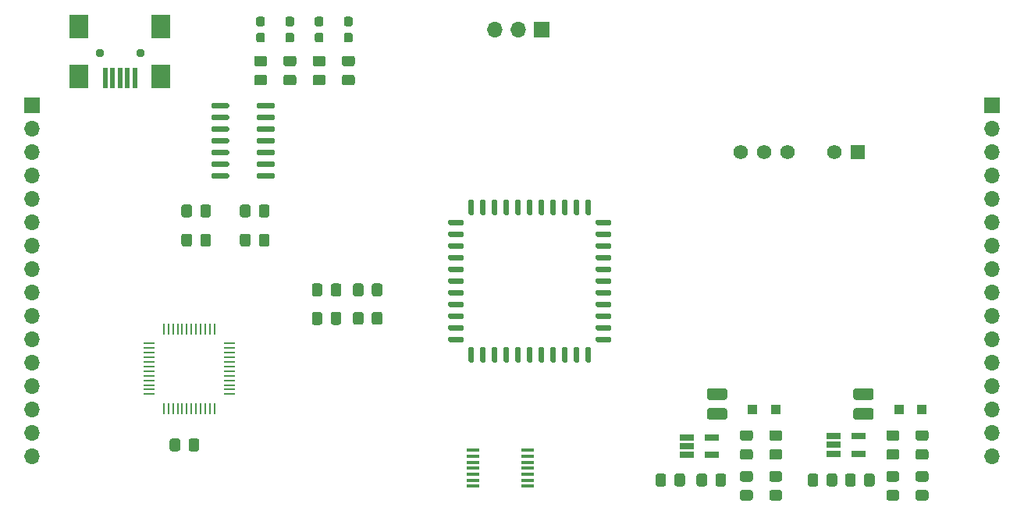
<source format=gbr>
%TF.GenerationSoftware,KiCad,Pcbnew,(5.1.7-0-10_14)*%
%TF.CreationDate,2021-01-27T15:42:46+08:00*%
%TF.ProjectId,BreadControl,42726561-6443-46f6-9e74-726f6c2e6b69,rev?*%
%TF.SameCoordinates,Original*%
%TF.FileFunction,Soldermask,Top*%
%TF.FilePolarity,Negative*%
%FSLAX46Y46*%
G04 Gerber Fmt 4.6, Leading zero omitted, Abs format (unit mm)*
G04 Created by KiCad (PCBNEW (5.1.7-0-10_14)) date 2021-01-27 15:42:46*
%MOMM*%
%LPD*%
G01*
G04 APERTURE LIST*
%ADD10C,0.950000*%
%ADD11R,2.000000X2.500000*%
%ADD12R,0.500000X2.250000*%
%ADD13R,1.450000X0.450000*%
%ADD14R,0.250000X1.300000*%
%ADD15R,1.300000X0.250000*%
%ADD16C,1.575000*%
%ADD17R,1.575000X1.575000*%
%ADD18R,1.560000X0.650000*%
%ADD19O,1.700000X1.700000*%
%ADD20R,1.700000X1.700000*%
%ADD21R,1.000000X1.000000*%
G04 APERTURE END LIST*
D10*
%TO.C,J4*%
X49825000Y-33020000D03*
X45425000Y-33020000D03*
D11*
X43175000Y-35570000D03*
X52075000Y-35570000D03*
X52075000Y-30120000D03*
X43175000Y-30120000D03*
D12*
X46025000Y-35695000D03*
X46825000Y-35695000D03*
X47625000Y-35695000D03*
X48425000Y-35695000D03*
X49225000Y-35695000D03*
%TD*%
D13*
%TO.C,U4*%
X91850000Y-76155000D03*
X91850000Y-76805000D03*
X91850000Y-77455000D03*
X91850000Y-78105000D03*
X91850000Y-78755000D03*
X91850000Y-79405000D03*
X91850000Y-80055000D03*
X85950000Y-80055000D03*
X85950000Y-79405000D03*
X85950000Y-78755000D03*
X85950000Y-78105000D03*
X85950000Y-77455000D03*
X85950000Y-76805000D03*
X85950000Y-76155000D03*
%TD*%
D14*
%TO.C,U3*%
X52368000Y-62960000D03*
X52868000Y-62960000D03*
X53368000Y-62960000D03*
X53868000Y-62960000D03*
X54368000Y-62960000D03*
X54868000Y-62960000D03*
X55368000Y-62960000D03*
X55868000Y-62960000D03*
X56368000Y-62960000D03*
X56868000Y-62960000D03*
X57368000Y-62960000D03*
X57868000Y-62960000D03*
D15*
X59468000Y-64560000D03*
X59468000Y-65060000D03*
X59468000Y-65560000D03*
X59468000Y-66060000D03*
X59468000Y-66560000D03*
X59468000Y-67060000D03*
X59468000Y-67560000D03*
X59468000Y-68060000D03*
X59468000Y-68560000D03*
X59468000Y-69060000D03*
X59468000Y-69560000D03*
X59468000Y-70060000D03*
D14*
X57868000Y-71660000D03*
X57368000Y-71660000D03*
X56868000Y-71660000D03*
X56368000Y-71660000D03*
X55868000Y-71660000D03*
X55368000Y-71660000D03*
X54868000Y-71660000D03*
X54368000Y-71660000D03*
X53868000Y-71660000D03*
X53368000Y-71660000D03*
X52868000Y-71660000D03*
X52368000Y-71660000D03*
D15*
X50768000Y-70060000D03*
X50768000Y-69560000D03*
X50768000Y-69060000D03*
X50768000Y-68560000D03*
X50768000Y-68060000D03*
X50768000Y-67560000D03*
X50768000Y-67060000D03*
X50768000Y-66560000D03*
X50768000Y-66060000D03*
X50768000Y-65560000D03*
X50768000Y-65060000D03*
X50768000Y-64560000D03*
%TD*%
%TO.C,U2*%
G36*
G01*
X91105000Y-65085000D02*
X91105000Y-66485000D01*
G75*
G02*
X90955000Y-66635000I-150000J0D01*
G01*
X90655000Y-66635000D01*
G75*
G02*
X90505000Y-66485000I0J150000D01*
G01*
X90505000Y-65085000D01*
G75*
G02*
X90655000Y-64935000I150000J0D01*
G01*
X90955000Y-64935000D01*
G75*
G02*
X91105000Y-65085000I0J-150000D01*
G01*
G37*
G36*
G01*
X89835000Y-65085000D02*
X89835000Y-66485000D01*
G75*
G02*
X89685000Y-66635000I-150000J0D01*
G01*
X89385000Y-66635000D01*
G75*
G02*
X89235000Y-66485000I0J150000D01*
G01*
X89235000Y-65085000D01*
G75*
G02*
X89385000Y-64935000I150000J0D01*
G01*
X89685000Y-64935000D01*
G75*
G02*
X89835000Y-65085000I0J-150000D01*
G01*
G37*
G36*
G01*
X88565000Y-65085000D02*
X88565000Y-66485000D01*
G75*
G02*
X88415000Y-66635000I-150000J0D01*
G01*
X88115000Y-66635000D01*
G75*
G02*
X87965000Y-66485000I0J150000D01*
G01*
X87965000Y-65085000D01*
G75*
G02*
X88115000Y-64935000I150000J0D01*
G01*
X88415000Y-64935000D01*
G75*
G02*
X88565000Y-65085000I0J-150000D01*
G01*
G37*
G36*
G01*
X87295000Y-65085000D02*
X87295000Y-66485000D01*
G75*
G02*
X87145000Y-66635000I-150000J0D01*
G01*
X86845000Y-66635000D01*
G75*
G02*
X86695000Y-66485000I0J150000D01*
G01*
X86695000Y-65085000D01*
G75*
G02*
X86845000Y-64935000I150000J0D01*
G01*
X87145000Y-64935000D01*
G75*
G02*
X87295000Y-65085000I0J-150000D01*
G01*
G37*
G36*
G01*
X86025000Y-65085000D02*
X86025000Y-66485000D01*
G75*
G02*
X85875000Y-66635000I-150000J0D01*
G01*
X85575000Y-66635000D01*
G75*
G02*
X85425000Y-66485000I0J150000D01*
G01*
X85425000Y-65085000D01*
G75*
G02*
X85575000Y-64935000I150000J0D01*
G01*
X85875000Y-64935000D01*
G75*
G02*
X86025000Y-65085000I0J-150000D01*
G01*
G37*
G36*
G01*
X84925000Y-63985000D02*
X84925000Y-64285000D01*
G75*
G02*
X84775000Y-64435000I-150000J0D01*
G01*
X83375000Y-64435000D01*
G75*
G02*
X83225000Y-64285000I0J150000D01*
G01*
X83225000Y-63985000D01*
G75*
G02*
X83375000Y-63835000I150000J0D01*
G01*
X84775000Y-63835000D01*
G75*
G02*
X84925000Y-63985000I0J-150000D01*
G01*
G37*
G36*
G01*
X84925000Y-62715000D02*
X84925000Y-63015000D01*
G75*
G02*
X84775000Y-63165000I-150000J0D01*
G01*
X83375000Y-63165000D01*
G75*
G02*
X83225000Y-63015000I0J150000D01*
G01*
X83225000Y-62715000D01*
G75*
G02*
X83375000Y-62565000I150000J0D01*
G01*
X84775000Y-62565000D01*
G75*
G02*
X84925000Y-62715000I0J-150000D01*
G01*
G37*
G36*
G01*
X84925000Y-61445000D02*
X84925000Y-61745000D01*
G75*
G02*
X84775000Y-61895000I-150000J0D01*
G01*
X83375000Y-61895000D01*
G75*
G02*
X83225000Y-61745000I0J150000D01*
G01*
X83225000Y-61445000D01*
G75*
G02*
X83375000Y-61295000I150000J0D01*
G01*
X84775000Y-61295000D01*
G75*
G02*
X84925000Y-61445000I0J-150000D01*
G01*
G37*
G36*
G01*
X84925000Y-60175000D02*
X84925000Y-60475000D01*
G75*
G02*
X84775000Y-60625000I-150000J0D01*
G01*
X83375000Y-60625000D01*
G75*
G02*
X83225000Y-60475000I0J150000D01*
G01*
X83225000Y-60175000D01*
G75*
G02*
X83375000Y-60025000I150000J0D01*
G01*
X84775000Y-60025000D01*
G75*
G02*
X84925000Y-60175000I0J-150000D01*
G01*
G37*
G36*
G01*
X84925000Y-58905000D02*
X84925000Y-59205000D01*
G75*
G02*
X84775000Y-59355000I-150000J0D01*
G01*
X83375000Y-59355000D01*
G75*
G02*
X83225000Y-59205000I0J150000D01*
G01*
X83225000Y-58905000D01*
G75*
G02*
X83375000Y-58755000I150000J0D01*
G01*
X84775000Y-58755000D01*
G75*
G02*
X84925000Y-58905000I0J-150000D01*
G01*
G37*
G36*
G01*
X84925000Y-57635000D02*
X84925000Y-57935000D01*
G75*
G02*
X84775000Y-58085000I-150000J0D01*
G01*
X83375000Y-58085000D01*
G75*
G02*
X83225000Y-57935000I0J150000D01*
G01*
X83225000Y-57635000D01*
G75*
G02*
X83375000Y-57485000I150000J0D01*
G01*
X84775000Y-57485000D01*
G75*
G02*
X84925000Y-57635000I0J-150000D01*
G01*
G37*
G36*
G01*
X84925000Y-56365000D02*
X84925000Y-56665000D01*
G75*
G02*
X84775000Y-56815000I-150000J0D01*
G01*
X83375000Y-56815000D01*
G75*
G02*
X83225000Y-56665000I0J150000D01*
G01*
X83225000Y-56365000D01*
G75*
G02*
X83375000Y-56215000I150000J0D01*
G01*
X84775000Y-56215000D01*
G75*
G02*
X84925000Y-56365000I0J-150000D01*
G01*
G37*
G36*
G01*
X84925000Y-55095000D02*
X84925000Y-55395000D01*
G75*
G02*
X84775000Y-55545000I-150000J0D01*
G01*
X83375000Y-55545000D01*
G75*
G02*
X83225000Y-55395000I0J150000D01*
G01*
X83225000Y-55095000D01*
G75*
G02*
X83375000Y-54945000I150000J0D01*
G01*
X84775000Y-54945000D01*
G75*
G02*
X84925000Y-55095000I0J-150000D01*
G01*
G37*
G36*
G01*
X84925000Y-53825000D02*
X84925000Y-54125000D01*
G75*
G02*
X84775000Y-54275000I-150000J0D01*
G01*
X83375000Y-54275000D01*
G75*
G02*
X83225000Y-54125000I0J150000D01*
G01*
X83225000Y-53825000D01*
G75*
G02*
X83375000Y-53675000I150000J0D01*
G01*
X84775000Y-53675000D01*
G75*
G02*
X84925000Y-53825000I0J-150000D01*
G01*
G37*
G36*
G01*
X84925000Y-52555000D02*
X84925000Y-52855000D01*
G75*
G02*
X84775000Y-53005000I-150000J0D01*
G01*
X83375000Y-53005000D01*
G75*
G02*
X83225000Y-52855000I0J150000D01*
G01*
X83225000Y-52555000D01*
G75*
G02*
X83375000Y-52405000I150000J0D01*
G01*
X84775000Y-52405000D01*
G75*
G02*
X84925000Y-52555000I0J-150000D01*
G01*
G37*
G36*
G01*
X84925000Y-51285000D02*
X84925000Y-51585000D01*
G75*
G02*
X84775000Y-51735000I-150000J0D01*
G01*
X83375000Y-51735000D01*
G75*
G02*
X83225000Y-51585000I0J150000D01*
G01*
X83225000Y-51285000D01*
G75*
G02*
X83375000Y-51135000I150000J0D01*
G01*
X84775000Y-51135000D01*
G75*
G02*
X84925000Y-51285000I0J-150000D01*
G01*
G37*
G36*
G01*
X86025000Y-49085000D02*
X86025000Y-50485000D01*
G75*
G02*
X85875000Y-50635000I-150000J0D01*
G01*
X85575000Y-50635000D01*
G75*
G02*
X85425000Y-50485000I0J150000D01*
G01*
X85425000Y-49085000D01*
G75*
G02*
X85575000Y-48935000I150000J0D01*
G01*
X85875000Y-48935000D01*
G75*
G02*
X86025000Y-49085000I0J-150000D01*
G01*
G37*
G36*
G01*
X87295000Y-49085000D02*
X87295000Y-50485000D01*
G75*
G02*
X87145000Y-50635000I-150000J0D01*
G01*
X86845000Y-50635000D01*
G75*
G02*
X86695000Y-50485000I0J150000D01*
G01*
X86695000Y-49085000D01*
G75*
G02*
X86845000Y-48935000I150000J0D01*
G01*
X87145000Y-48935000D01*
G75*
G02*
X87295000Y-49085000I0J-150000D01*
G01*
G37*
G36*
G01*
X88565000Y-49085000D02*
X88565000Y-50485000D01*
G75*
G02*
X88415000Y-50635000I-150000J0D01*
G01*
X88115000Y-50635000D01*
G75*
G02*
X87965000Y-50485000I0J150000D01*
G01*
X87965000Y-49085000D01*
G75*
G02*
X88115000Y-48935000I150000J0D01*
G01*
X88415000Y-48935000D01*
G75*
G02*
X88565000Y-49085000I0J-150000D01*
G01*
G37*
G36*
G01*
X89835000Y-49085000D02*
X89835000Y-50485000D01*
G75*
G02*
X89685000Y-50635000I-150000J0D01*
G01*
X89385000Y-50635000D01*
G75*
G02*
X89235000Y-50485000I0J150000D01*
G01*
X89235000Y-49085000D01*
G75*
G02*
X89385000Y-48935000I150000J0D01*
G01*
X89685000Y-48935000D01*
G75*
G02*
X89835000Y-49085000I0J-150000D01*
G01*
G37*
G36*
G01*
X91105000Y-49085000D02*
X91105000Y-50485000D01*
G75*
G02*
X90955000Y-50635000I-150000J0D01*
G01*
X90655000Y-50635000D01*
G75*
G02*
X90505000Y-50485000I0J150000D01*
G01*
X90505000Y-49085000D01*
G75*
G02*
X90655000Y-48935000I150000J0D01*
G01*
X90955000Y-48935000D01*
G75*
G02*
X91105000Y-49085000I0J-150000D01*
G01*
G37*
G36*
G01*
X92375000Y-49085000D02*
X92375000Y-50485000D01*
G75*
G02*
X92225000Y-50635000I-150000J0D01*
G01*
X91925000Y-50635000D01*
G75*
G02*
X91775000Y-50485000I0J150000D01*
G01*
X91775000Y-49085000D01*
G75*
G02*
X91925000Y-48935000I150000J0D01*
G01*
X92225000Y-48935000D01*
G75*
G02*
X92375000Y-49085000I0J-150000D01*
G01*
G37*
G36*
G01*
X93645000Y-49085000D02*
X93645000Y-50485000D01*
G75*
G02*
X93495000Y-50635000I-150000J0D01*
G01*
X93195000Y-50635000D01*
G75*
G02*
X93045000Y-50485000I0J150000D01*
G01*
X93045000Y-49085000D01*
G75*
G02*
X93195000Y-48935000I150000J0D01*
G01*
X93495000Y-48935000D01*
G75*
G02*
X93645000Y-49085000I0J-150000D01*
G01*
G37*
G36*
G01*
X94915000Y-49085000D02*
X94915000Y-50485000D01*
G75*
G02*
X94765000Y-50635000I-150000J0D01*
G01*
X94465000Y-50635000D01*
G75*
G02*
X94315000Y-50485000I0J150000D01*
G01*
X94315000Y-49085000D01*
G75*
G02*
X94465000Y-48935000I150000J0D01*
G01*
X94765000Y-48935000D01*
G75*
G02*
X94915000Y-49085000I0J-150000D01*
G01*
G37*
G36*
G01*
X96185000Y-49085000D02*
X96185000Y-50485000D01*
G75*
G02*
X96035000Y-50635000I-150000J0D01*
G01*
X95735000Y-50635000D01*
G75*
G02*
X95585000Y-50485000I0J150000D01*
G01*
X95585000Y-49085000D01*
G75*
G02*
X95735000Y-48935000I150000J0D01*
G01*
X96035000Y-48935000D01*
G75*
G02*
X96185000Y-49085000I0J-150000D01*
G01*
G37*
G36*
G01*
X97455000Y-49085000D02*
X97455000Y-50485000D01*
G75*
G02*
X97305000Y-50635000I-150000J0D01*
G01*
X97005000Y-50635000D01*
G75*
G02*
X96855000Y-50485000I0J150000D01*
G01*
X96855000Y-49085000D01*
G75*
G02*
X97005000Y-48935000I150000J0D01*
G01*
X97305000Y-48935000D01*
G75*
G02*
X97455000Y-49085000I0J-150000D01*
G01*
G37*
G36*
G01*
X98725000Y-49085000D02*
X98725000Y-50485000D01*
G75*
G02*
X98575000Y-50635000I-150000J0D01*
G01*
X98275000Y-50635000D01*
G75*
G02*
X98125000Y-50485000I0J150000D01*
G01*
X98125000Y-49085000D01*
G75*
G02*
X98275000Y-48935000I150000J0D01*
G01*
X98575000Y-48935000D01*
G75*
G02*
X98725000Y-49085000I0J-150000D01*
G01*
G37*
G36*
G01*
X100925000Y-51285000D02*
X100925000Y-51585000D01*
G75*
G02*
X100775000Y-51735000I-150000J0D01*
G01*
X99375000Y-51735000D01*
G75*
G02*
X99225000Y-51585000I0J150000D01*
G01*
X99225000Y-51285000D01*
G75*
G02*
X99375000Y-51135000I150000J0D01*
G01*
X100775000Y-51135000D01*
G75*
G02*
X100925000Y-51285000I0J-150000D01*
G01*
G37*
G36*
G01*
X100925000Y-52555000D02*
X100925000Y-52855000D01*
G75*
G02*
X100775000Y-53005000I-150000J0D01*
G01*
X99375000Y-53005000D01*
G75*
G02*
X99225000Y-52855000I0J150000D01*
G01*
X99225000Y-52555000D01*
G75*
G02*
X99375000Y-52405000I150000J0D01*
G01*
X100775000Y-52405000D01*
G75*
G02*
X100925000Y-52555000I0J-150000D01*
G01*
G37*
G36*
G01*
X100925000Y-53825000D02*
X100925000Y-54125000D01*
G75*
G02*
X100775000Y-54275000I-150000J0D01*
G01*
X99375000Y-54275000D01*
G75*
G02*
X99225000Y-54125000I0J150000D01*
G01*
X99225000Y-53825000D01*
G75*
G02*
X99375000Y-53675000I150000J0D01*
G01*
X100775000Y-53675000D01*
G75*
G02*
X100925000Y-53825000I0J-150000D01*
G01*
G37*
G36*
G01*
X100925000Y-55095000D02*
X100925000Y-55395000D01*
G75*
G02*
X100775000Y-55545000I-150000J0D01*
G01*
X99375000Y-55545000D01*
G75*
G02*
X99225000Y-55395000I0J150000D01*
G01*
X99225000Y-55095000D01*
G75*
G02*
X99375000Y-54945000I150000J0D01*
G01*
X100775000Y-54945000D01*
G75*
G02*
X100925000Y-55095000I0J-150000D01*
G01*
G37*
G36*
G01*
X100925000Y-56365000D02*
X100925000Y-56665000D01*
G75*
G02*
X100775000Y-56815000I-150000J0D01*
G01*
X99375000Y-56815000D01*
G75*
G02*
X99225000Y-56665000I0J150000D01*
G01*
X99225000Y-56365000D01*
G75*
G02*
X99375000Y-56215000I150000J0D01*
G01*
X100775000Y-56215000D01*
G75*
G02*
X100925000Y-56365000I0J-150000D01*
G01*
G37*
G36*
G01*
X100925000Y-57635000D02*
X100925000Y-57935000D01*
G75*
G02*
X100775000Y-58085000I-150000J0D01*
G01*
X99375000Y-58085000D01*
G75*
G02*
X99225000Y-57935000I0J150000D01*
G01*
X99225000Y-57635000D01*
G75*
G02*
X99375000Y-57485000I150000J0D01*
G01*
X100775000Y-57485000D01*
G75*
G02*
X100925000Y-57635000I0J-150000D01*
G01*
G37*
G36*
G01*
X100925000Y-58905000D02*
X100925000Y-59205000D01*
G75*
G02*
X100775000Y-59355000I-150000J0D01*
G01*
X99375000Y-59355000D01*
G75*
G02*
X99225000Y-59205000I0J150000D01*
G01*
X99225000Y-58905000D01*
G75*
G02*
X99375000Y-58755000I150000J0D01*
G01*
X100775000Y-58755000D01*
G75*
G02*
X100925000Y-58905000I0J-150000D01*
G01*
G37*
G36*
G01*
X100925000Y-60175000D02*
X100925000Y-60475000D01*
G75*
G02*
X100775000Y-60625000I-150000J0D01*
G01*
X99375000Y-60625000D01*
G75*
G02*
X99225000Y-60475000I0J150000D01*
G01*
X99225000Y-60175000D01*
G75*
G02*
X99375000Y-60025000I150000J0D01*
G01*
X100775000Y-60025000D01*
G75*
G02*
X100925000Y-60175000I0J-150000D01*
G01*
G37*
G36*
G01*
X100925000Y-61445000D02*
X100925000Y-61745000D01*
G75*
G02*
X100775000Y-61895000I-150000J0D01*
G01*
X99375000Y-61895000D01*
G75*
G02*
X99225000Y-61745000I0J150000D01*
G01*
X99225000Y-61445000D01*
G75*
G02*
X99375000Y-61295000I150000J0D01*
G01*
X100775000Y-61295000D01*
G75*
G02*
X100925000Y-61445000I0J-150000D01*
G01*
G37*
G36*
G01*
X100925000Y-62715000D02*
X100925000Y-63015000D01*
G75*
G02*
X100775000Y-63165000I-150000J0D01*
G01*
X99375000Y-63165000D01*
G75*
G02*
X99225000Y-63015000I0J150000D01*
G01*
X99225000Y-62715000D01*
G75*
G02*
X99375000Y-62565000I150000J0D01*
G01*
X100775000Y-62565000D01*
G75*
G02*
X100925000Y-62715000I0J-150000D01*
G01*
G37*
G36*
G01*
X100925000Y-63985000D02*
X100925000Y-64285000D01*
G75*
G02*
X100775000Y-64435000I-150000J0D01*
G01*
X99375000Y-64435000D01*
G75*
G02*
X99225000Y-64285000I0J150000D01*
G01*
X99225000Y-63985000D01*
G75*
G02*
X99375000Y-63835000I150000J0D01*
G01*
X100775000Y-63835000D01*
G75*
G02*
X100925000Y-63985000I0J-150000D01*
G01*
G37*
G36*
G01*
X98725000Y-65085000D02*
X98725000Y-66485000D01*
G75*
G02*
X98575000Y-66635000I-150000J0D01*
G01*
X98275000Y-66635000D01*
G75*
G02*
X98125000Y-66485000I0J150000D01*
G01*
X98125000Y-65085000D01*
G75*
G02*
X98275000Y-64935000I150000J0D01*
G01*
X98575000Y-64935000D01*
G75*
G02*
X98725000Y-65085000I0J-150000D01*
G01*
G37*
G36*
G01*
X97455000Y-65085000D02*
X97455000Y-66485000D01*
G75*
G02*
X97305000Y-66635000I-150000J0D01*
G01*
X97005000Y-66635000D01*
G75*
G02*
X96855000Y-66485000I0J150000D01*
G01*
X96855000Y-65085000D01*
G75*
G02*
X97005000Y-64935000I150000J0D01*
G01*
X97305000Y-64935000D01*
G75*
G02*
X97455000Y-65085000I0J-150000D01*
G01*
G37*
G36*
G01*
X96185000Y-65085000D02*
X96185000Y-66485000D01*
G75*
G02*
X96035000Y-66635000I-150000J0D01*
G01*
X95735000Y-66635000D01*
G75*
G02*
X95585000Y-66485000I0J150000D01*
G01*
X95585000Y-65085000D01*
G75*
G02*
X95735000Y-64935000I150000J0D01*
G01*
X96035000Y-64935000D01*
G75*
G02*
X96185000Y-65085000I0J-150000D01*
G01*
G37*
G36*
G01*
X94915000Y-65085000D02*
X94915000Y-66485000D01*
G75*
G02*
X94765000Y-66635000I-150000J0D01*
G01*
X94465000Y-66635000D01*
G75*
G02*
X94315000Y-66485000I0J150000D01*
G01*
X94315000Y-65085000D01*
G75*
G02*
X94465000Y-64935000I150000J0D01*
G01*
X94765000Y-64935000D01*
G75*
G02*
X94915000Y-65085000I0J-150000D01*
G01*
G37*
G36*
G01*
X93645000Y-65085000D02*
X93645000Y-66485000D01*
G75*
G02*
X93495000Y-66635000I-150000J0D01*
G01*
X93195000Y-66635000D01*
G75*
G02*
X93045000Y-66485000I0J150000D01*
G01*
X93045000Y-65085000D01*
G75*
G02*
X93195000Y-64935000I150000J0D01*
G01*
X93495000Y-64935000D01*
G75*
G02*
X93645000Y-65085000I0J-150000D01*
G01*
G37*
G36*
G01*
X92375000Y-65085000D02*
X92375000Y-66485000D01*
G75*
G02*
X92225000Y-66635000I-150000J0D01*
G01*
X91925000Y-66635000D01*
G75*
G02*
X91775000Y-66485000I0J150000D01*
G01*
X91775000Y-65085000D01*
G75*
G02*
X91925000Y-64935000I150000J0D01*
G01*
X92225000Y-64935000D01*
G75*
G02*
X92375000Y-65085000I0J-150000D01*
G01*
G37*
%TD*%
%TO.C,U1*%
G36*
G01*
X59460000Y-46205000D02*
X59460000Y-46505000D01*
G75*
G02*
X59310000Y-46655000I-150000J0D01*
G01*
X57660000Y-46655000D01*
G75*
G02*
X57510000Y-46505000I0J150000D01*
G01*
X57510000Y-46205000D01*
G75*
G02*
X57660000Y-46055000I150000J0D01*
G01*
X59310000Y-46055000D01*
G75*
G02*
X59460000Y-46205000I0J-150000D01*
G01*
G37*
G36*
G01*
X59460000Y-44935000D02*
X59460000Y-45235000D01*
G75*
G02*
X59310000Y-45385000I-150000J0D01*
G01*
X57660000Y-45385000D01*
G75*
G02*
X57510000Y-45235000I0J150000D01*
G01*
X57510000Y-44935000D01*
G75*
G02*
X57660000Y-44785000I150000J0D01*
G01*
X59310000Y-44785000D01*
G75*
G02*
X59460000Y-44935000I0J-150000D01*
G01*
G37*
G36*
G01*
X59460000Y-43665000D02*
X59460000Y-43965000D01*
G75*
G02*
X59310000Y-44115000I-150000J0D01*
G01*
X57660000Y-44115000D01*
G75*
G02*
X57510000Y-43965000I0J150000D01*
G01*
X57510000Y-43665000D01*
G75*
G02*
X57660000Y-43515000I150000J0D01*
G01*
X59310000Y-43515000D01*
G75*
G02*
X59460000Y-43665000I0J-150000D01*
G01*
G37*
G36*
G01*
X59460000Y-42395000D02*
X59460000Y-42695000D01*
G75*
G02*
X59310000Y-42845000I-150000J0D01*
G01*
X57660000Y-42845000D01*
G75*
G02*
X57510000Y-42695000I0J150000D01*
G01*
X57510000Y-42395000D01*
G75*
G02*
X57660000Y-42245000I150000J0D01*
G01*
X59310000Y-42245000D01*
G75*
G02*
X59460000Y-42395000I0J-150000D01*
G01*
G37*
G36*
G01*
X59460000Y-41125000D02*
X59460000Y-41425000D01*
G75*
G02*
X59310000Y-41575000I-150000J0D01*
G01*
X57660000Y-41575000D01*
G75*
G02*
X57510000Y-41425000I0J150000D01*
G01*
X57510000Y-41125000D01*
G75*
G02*
X57660000Y-40975000I150000J0D01*
G01*
X59310000Y-40975000D01*
G75*
G02*
X59460000Y-41125000I0J-150000D01*
G01*
G37*
G36*
G01*
X59460000Y-39855000D02*
X59460000Y-40155000D01*
G75*
G02*
X59310000Y-40305000I-150000J0D01*
G01*
X57660000Y-40305000D01*
G75*
G02*
X57510000Y-40155000I0J150000D01*
G01*
X57510000Y-39855000D01*
G75*
G02*
X57660000Y-39705000I150000J0D01*
G01*
X59310000Y-39705000D01*
G75*
G02*
X59460000Y-39855000I0J-150000D01*
G01*
G37*
G36*
G01*
X59460000Y-38585000D02*
X59460000Y-38885000D01*
G75*
G02*
X59310000Y-39035000I-150000J0D01*
G01*
X57660000Y-39035000D01*
G75*
G02*
X57510000Y-38885000I0J150000D01*
G01*
X57510000Y-38585000D01*
G75*
G02*
X57660000Y-38435000I150000J0D01*
G01*
X59310000Y-38435000D01*
G75*
G02*
X59460000Y-38585000I0J-150000D01*
G01*
G37*
G36*
G01*
X64410000Y-38585000D02*
X64410000Y-38885000D01*
G75*
G02*
X64260000Y-39035000I-150000J0D01*
G01*
X62610000Y-39035000D01*
G75*
G02*
X62460000Y-38885000I0J150000D01*
G01*
X62460000Y-38585000D01*
G75*
G02*
X62610000Y-38435000I150000J0D01*
G01*
X64260000Y-38435000D01*
G75*
G02*
X64410000Y-38585000I0J-150000D01*
G01*
G37*
G36*
G01*
X64410000Y-39855000D02*
X64410000Y-40155000D01*
G75*
G02*
X64260000Y-40305000I-150000J0D01*
G01*
X62610000Y-40305000D01*
G75*
G02*
X62460000Y-40155000I0J150000D01*
G01*
X62460000Y-39855000D01*
G75*
G02*
X62610000Y-39705000I150000J0D01*
G01*
X64260000Y-39705000D01*
G75*
G02*
X64410000Y-39855000I0J-150000D01*
G01*
G37*
G36*
G01*
X64410000Y-41125000D02*
X64410000Y-41425000D01*
G75*
G02*
X64260000Y-41575000I-150000J0D01*
G01*
X62610000Y-41575000D01*
G75*
G02*
X62460000Y-41425000I0J150000D01*
G01*
X62460000Y-41125000D01*
G75*
G02*
X62610000Y-40975000I150000J0D01*
G01*
X64260000Y-40975000D01*
G75*
G02*
X64410000Y-41125000I0J-150000D01*
G01*
G37*
G36*
G01*
X64410000Y-42395000D02*
X64410000Y-42695000D01*
G75*
G02*
X64260000Y-42845000I-150000J0D01*
G01*
X62610000Y-42845000D01*
G75*
G02*
X62460000Y-42695000I0J150000D01*
G01*
X62460000Y-42395000D01*
G75*
G02*
X62610000Y-42245000I150000J0D01*
G01*
X64260000Y-42245000D01*
G75*
G02*
X64410000Y-42395000I0J-150000D01*
G01*
G37*
G36*
G01*
X64410000Y-43665000D02*
X64410000Y-43965000D01*
G75*
G02*
X64260000Y-44115000I-150000J0D01*
G01*
X62610000Y-44115000D01*
G75*
G02*
X62460000Y-43965000I0J150000D01*
G01*
X62460000Y-43665000D01*
G75*
G02*
X62610000Y-43515000I150000J0D01*
G01*
X64260000Y-43515000D01*
G75*
G02*
X64410000Y-43665000I0J-150000D01*
G01*
G37*
G36*
G01*
X64410000Y-44935000D02*
X64410000Y-45235000D01*
G75*
G02*
X64260000Y-45385000I-150000J0D01*
G01*
X62610000Y-45385000D01*
G75*
G02*
X62460000Y-45235000I0J150000D01*
G01*
X62460000Y-44935000D01*
G75*
G02*
X62610000Y-44785000I150000J0D01*
G01*
X64260000Y-44785000D01*
G75*
G02*
X64410000Y-44935000I0J-150000D01*
G01*
G37*
G36*
G01*
X64410000Y-46205000D02*
X64410000Y-46505000D01*
G75*
G02*
X64260000Y-46655000I-150000J0D01*
G01*
X62610000Y-46655000D01*
G75*
G02*
X62460000Y-46505000I0J150000D01*
G01*
X62460000Y-46205000D01*
G75*
G02*
X62610000Y-46055000I150000J0D01*
G01*
X64260000Y-46055000D01*
G75*
G02*
X64410000Y-46205000I0J-150000D01*
G01*
G37*
%TD*%
%TO.C,R23*%
G36*
G01*
X128330000Y-79825001D02*
X128330000Y-78924999D01*
G75*
G02*
X128579999Y-78675000I249999J0D01*
G01*
X129230001Y-78675000D01*
G75*
G02*
X129480000Y-78924999I0J-249999D01*
G01*
X129480000Y-79825001D01*
G75*
G02*
X129230001Y-80075000I-249999J0D01*
G01*
X128579999Y-80075000D01*
G75*
G02*
X128330000Y-79825001I0J249999D01*
G01*
G37*
G36*
G01*
X126280000Y-79825001D02*
X126280000Y-78924999D01*
G75*
G02*
X126529999Y-78675000I249999J0D01*
G01*
X127180001Y-78675000D01*
G75*
G02*
X127430000Y-78924999I0J-249999D01*
G01*
X127430000Y-79825001D01*
G75*
G02*
X127180001Y-80075000I-249999J0D01*
G01*
X126529999Y-80075000D01*
G75*
G02*
X126280000Y-79825001I0J249999D01*
G01*
G37*
%TD*%
%TO.C,R22*%
G36*
G01*
X135070001Y-79560000D02*
X134169999Y-79560000D01*
G75*
G02*
X133920000Y-79310001I0J249999D01*
G01*
X133920000Y-78659999D01*
G75*
G02*
X134169999Y-78410000I249999J0D01*
G01*
X135070001Y-78410000D01*
G75*
G02*
X135320000Y-78659999I0J-249999D01*
G01*
X135320000Y-79310001D01*
G75*
G02*
X135070001Y-79560000I-249999J0D01*
G01*
G37*
G36*
G01*
X135070001Y-81610000D02*
X134169999Y-81610000D01*
G75*
G02*
X133920000Y-81360001I0J249999D01*
G01*
X133920000Y-80709999D01*
G75*
G02*
X134169999Y-80460000I249999J0D01*
G01*
X135070001Y-80460000D01*
G75*
G02*
X135320000Y-80709999I0J-249999D01*
G01*
X135320000Y-81360001D01*
G75*
G02*
X135070001Y-81610000I-249999J0D01*
G01*
G37*
%TD*%
%TO.C,R21*%
G36*
G01*
X124275000Y-79825001D02*
X124275000Y-78924999D01*
G75*
G02*
X124524999Y-78675000I249999J0D01*
G01*
X125175001Y-78675000D01*
G75*
G02*
X125425000Y-78924999I0J-249999D01*
G01*
X125425000Y-79825001D01*
G75*
G02*
X125175001Y-80075000I-249999J0D01*
G01*
X124524999Y-80075000D01*
G75*
G02*
X124275000Y-79825001I0J249999D01*
G01*
G37*
G36*
G01*
X122225000Y-79825001D02*
X122225000Y-78924999D01*
G75*
G02*
X122474999Y-78675000I249999J0D01*
G01*
X123125001Y-78675000D01*
G75*
G02*
X123375000Y-78924999I0J-249999D01*
G01*
X123375000Y-79825001D01*
G75*
G02*
X123125001Y-80075000I-249999J0D01*
G01*
X122474999Y-80075000D01*
G75*
G02*
X122225000Y-79825001I0J249999D01*
G01*
G37*
%TD*%
%TO.C,R20*%
G36*
G01*
X130994999Y-80460000D02*
X131895001Y-80460000D01*
G75*
G02*
X132145000Y-80709999I0J-249999D01*
G01*
X132145000Y-81360001D01*
G75*
G02*
X131895001Y-81610000I-249999J0D01*
G01*
X130994999Y-81610000D01*
G75*
G02*
X130745000Y-81360001I0J249999D01*
G01*
X130745000Y-80709999D01*
G75*
G02*
X130994999Y-80460000I249999J0D01*
G01*
G37*
G36*
G01*
X130994999Y-78410000D02*
X131895001Y-78410000D01*
G75*
G02*
X132145000Y-78659999I0J-249999D01*
G01*
X132145000Y-79310001D01*
G75*
G02*
X131895001Y-79560000I-249999J0D01*
G01*
X130994999Y-79560000D01*
G75*
G02*
X130745000Y-79310001I0J249999D01*
G01*
X130745000Y-78659999D01*
G75*
G02*
X130994999Y-78410000I249999J0D01*
G01*
G37*
%TD*%
%TO.C,R19*%
G36*
G01*
X69579799Y-58290438D02*
X69579799Y-59190440D01*
G75*
G02*
X69329800Y-59440439I-249999J0D01*
G01*
X68679798Y-59440439D01*
G75*
G02*
X68429799Y-59190440I0J249999D01*
G01*
X68429799Y-58290438D01*
G75*
G02*
X68679798Y-58040439I249999J0D01*
G01*
X69329800Y-58040439D01*
G75*
G02*
X69579799Y-58290438I0J-249999D01*
G01*
G37*
G36*
G01*
X71629799Y-58290438D02*
X71629799Y-59190440D01*
G75*
G02*
X71379800Y-59440439I-249999J0D01*
G01*
X70729798Y-59440439D01*
G75*
G02*
X70479799Y-59190440I0J249999D01*
G01*
X70479799Y-58290438D01*
G75*
G02*
X70729798Y-58040439I249999J0D01*
G01*
X71379800Y-58040439D01*
G75*
G02*
X71629799Y-58290438I0J-249999D01*
G01*
G37*
%TD*%
%TO.C,R18*%
G36*
G01*
X69577800Y-61386299D02*
X69577800Y-62286301D01*
G75*
G02*
X69327801Y-62536300I-249999J0D01*
G01*
X68677799Y-62536300D01*
G75*
G02*
X68427800Y-62286301I0J249999D01*
G01*
X68427800Y-61386299D01*
G75*
G02*
X68677799Y-61136300I249999J0D01*
G01*
X69327801Y-61136300D01*
G75*
G02*
X69577800Y-61386299I0J-249999D01*
G01*
G37*
G36*
G01*
X71627800Y-61386299D02*
X71627800Y-62286301D01*
G75*
G02*
X71377801Y-62536300I-249999J0D01*
G01*
X70727799Y-62536300D01*
G75*
G02*
X70477800Y-62286301I0J249999D01*
G01*
X70477800Y-61386299D01*
G75*
G02*
X70727799Y-61136300I249999J0D01*
G01*
X71377801Y-61136300D01*
G75*
G02*
X71627800Y-61386299I0J-249999D01*
G01*
G37*
%TD*%
%TO.C,R17*%
G36*
G01*
X74035500Y-58287499D02*
X74035500Y-59187501D01*
G75*
G02*
X73785501Y-59437500I-249999J0D01*
G01*
X73135499Y-59437500D01*
G75*
G02*
X72885500Y-59187501I0J249999D01*
G01*
X72885500Y-58287499D01*
G75*
G02*
X73135499Y-58037500I249999J0D01*
G01*
X73785501Y-58037500D01*
G75*
G02*
X74035500Y-58287499I0J-249999D01*
G01*
G37*
G36*
G01*
X76085500Y-58287499D02*
X76085500Y-59187501D01*
G75*
G02*
X75835501Y-59437500I-249999J0D01*
G01*
X75185499Y-59437500D01*
G75*
G02*
X74935500Y-59187501I0J249999D01*
G01*
X74935500Y-58287499D01*
G75*
G02*
X75185499Y-58037500I249999J0D01*
G01*
X75835501Y-58037500D01*
G75*
G02*
X76085500Y-58287499I0J-249999D01*
G01*
G37*
%TD*%
%TO.C,R16*%
G36*
G01*
X74035500Y-61373599D02*
X74035500Y-62273601D01*
G75*
G02*
X73785501Y-62523600I-249999J0D01*
G01*
X73135499Y-62523600D01*
G75*
G02*
X72885500Y-62273601I0J249999D01*
G01*
X72885500Y-61373599D01*
G75*
G02*
X73135499Y-61123600I249999J0D01*
G01*
X73785501Y-61123600D01*
G75*
G02*
X74035500Y-61373599I0J-249999D01*
G01*
G37*
G36*
G01*
X76085500Y-61373599D02*
X76085500Y-62273601D01*
G75*
G02*
X75835501Y-62523600I-249999J0D01*
G01*
X75185499Y-62523600D01*
G75*
G02*
X74935500Y-62273601I0J249999D01*
G01*
X74935500Y-61373599D01*
G75*
G02*
X75185499Y-61123600I249999J0D01*
G01*
X75835501Y-61123600D01*
G75*
G02*
X76085500Y-61373599I0J-249999D01*
G01*
G37*
%TD*%
%TO.C,R15*%
G36*
G01*
X112210000Y-79825001D02*
X112210000Y-78924999D01*
G75*
G02*
X112459999Y-78675000I249999J0D01*
G01*
X113110001Y-78675000D01*
G75*
G02*
X113360000Y-78924999I0J-249999D01*
G01*
X113360000Y-79825001D01*
G75*
G02*
X113110001Y-80075000I-249999J0D01*
G01*
X112459999Y-80075000D01*
G75*
G02*
X112210000Y-79825001I0J249999D01*
G01*
G37*
G36*
G01*
X110160000Y-79825001D02*
X110160000Y-78924999D01*
G75*
G02*
X110409999Y-78675000I249999J0D01*
G01*
X111060001Y-78675000D01*
G75*
G02*
X111310000Y-78924999I0J-249999D01*
G01*
X111310000Y-79825001D01*
G75*
G02*
X111060001Y-80075000I-249999J0D01*
G01*
X110409999Y-80075000D01*
G75*
G02*
X110160000Y-79825001I0J249999D01*
G01*
G37*
%TD*%
%TO.C,R14*%
G36*
G01*
X119195001Y-79560000D02*
X118294999Y-79560000D01*
G75*
G02*
X118045000Y-79310001I0J249999D01*
G01*
X118045000Y-78659999D01*
G75*
G02*
X118294999Y-78410000I249999J0D01*
G01*
X119195001Y-78410000D01*
G75*
G02*
X119445000Y-78659999I0J-249999D01*
G01*
X119445000Y-79310001D01*
G75*
G02*
X119195001Y-79560000I-249999J0D01*
G01*
G37*
G36*
G01*
X119195001Y-81610000D02*
X118294999Y-81610000D01*
G75*
G02*
X118045000Y-81360001I0J249999D01*
G01*
X118045000Y-80709999D01*
G75*
G02*
X118294999Y-80460000I249999J0D01*
G01*
X119195001Y-80460000D01*
G75*
G02*
X119445000Y-80709999I0J-249999D01*
G01*
X119445000Y-81360001D01*
G75*
G02*
X119195001Y-81610000I-249999J0D01*
G01*
G37*
%TD*%
%TO.C,R13*%
G36*
G01*
X107765000Y-79825001D02*
X107765000Y-78924999D01*
G75*
G02*
X108014999Y-78675000I249999J0D01*
G01*
X108665001Y-78675000D01*
G75*
G02*
X108915000Y-78924999I0J-249999D01*
G01*
X108915000Y-79825001D01*
G75*
G02*
X108665001Y-80075000I-249999J0D01*
G01*
X108014999Y-80075000D01*
G75*
G02*
X107765000Y-79825001I0J249999D01*
G01*
G37*
G36*
G01*
X105715000Y-79825001D02*
X105715000Y-78924999D01*
G75*
G02*
X105964999Y-78675000I249999J0D01*
G01*
X106615001Y-78675000D01*
G75*
G02*
X106865000Y-78924999I0J-249999D01*
G01*
X106865000Y-79825001D01*
G75*
G02*
X106615001Y-80075000I-249999J0D01*
G01*
X105964999Y-80075000D01*
G75*
G02*
X105715000Y-79825001I0J249999D01*
G01*
G37*
%TD*%
%TO.C,R12*%
G36*
G01*
X115119999Y-80460000D02*
X116020001Y-80460000D01*
G75*
G02*
X116270000Y-80709999I0J-249999D01*
G01*
X116270000Y-81360001D01*
G75*
G02*
X116020001Y-81610000I-249999J0D01*
G01*
X115119999Y-81610000D01*
G75*
G02*
X114870000Y-81360001I0J249999D01*
G01*
X114870000Y-80709999D01*
G75*
G02*
X115119999Y-80460000I249999J0D01*
G01*
G37*
G36*
G01*
X115119999Y-78410000D02*
X116020001Y-78410000D01*
G75*
G02*
X116270000Y-78659999I0J-249999D01*
G01*
X116270000Y-79310001D01*
G75*
G02*
X116020001Y-79560000I-249999J0D01*
G01*
X115119999Y-79560000D01*
G75*
G02*
X114870000Y-79310001I0J249999D01*
G01*
X114870000Y-78659999D01*
G75*
G02*
X115119999Y-78410000I249999J0D01*
G01*
G37*
%TD*%
%TO.C,R11*%
G36*
G01*
X72840001Y-34475000D02*
X71939999Y-34475000D01*
G75*
G02*
X71690000Y-34225001I0J249999D01*
G01*
X71690000Y-33574999D01*
G75*
G02*
X71939999Y-33325000I249999J0D01*
G01*
X72840001Y-33325000D01*
G75*
G02*
X73090000Y-33574999I0J-249999D01*
G01*
X73090000Y-34225001D01*
G75*
G02*
X72840001Y-34475000I-249999J0D01*
G01*
G37*
G36*
G01*
X72840001Y-36525000D02*
X71939999Y-36525000D01*
G75*
G02*
X71690000Y-36275001I0J249999D01*
G01*
X71690000Y-35624999D01*
G75*
G02*
X71939999Y-35375000I249999J0D01*
G01*
X72840001Y-35375000D01*
G75*
G02*
X73090000Y-35624999I0J-249999D01*
G01*
X73090000Y-36275001D01*
G75*
G02*
X72840001Y-36525000I-249999J0D01*
G01*
G37*
%TD*%
%TO.C,C7*%
G36*
G01*
X55060000Y-76015001D02*
X55060000Y-75114999D01*
G75*
G02*
X55309999Y-74865000I249999J0D01*
G01*
X55960001Y-74865000D01*
G75*
G02*
X56210000Y-75114999I0J-249999D01*
G01*
X56210000Y-76015001D01*
G75*
G02*
X55960001Y-76265000I-249999J0D01*
G01*
X55309999Y-76265000D01*
G75*
G02*
X55060000Y-76015001I0J249999D01*
G01*
G37*
G36*
G01*
X53010000Y-76015001D02*
X53010000Y-75114999D01*
G75*
G02*
X53259999Y-74865000I249999J0D01*
G01*
X53910001Y-74865000D01*
G75*
G02*
X54160000Y-75114999I0J-249999D01*
G01*
X54160000Y-76015001D01*
G75*
G02*
X53910001Y-76265000I-249999J0D01*
G01*
X53259999Y-76265000D01*
G75*
G02*
X53010000Y-76015001I0J249999D01*
G01*
G37*
%TD*%
%TO.C,C6*%
G36*
G01*
X55430000Y-49714999D02*
X55430000Y-50615001D01*
G75*
G02*
X55180001Y-50865000I-249999J0D01*
G01*
X54529999Y-50865000D01*
G75*
G02*
X54280000Y-50615001I0J249999D01*
G01*
X54280000Y-49714999D01*
G75*
G02*
X54529999Y-49465000I249999J0D01*
G01*
X55180001Y-49465000D01*
G75*
G02*
X55430000Y-49714999I0J-249999D01*
G01*
G37*
G36*
G01*
X57480000Y-49714999D02*
X57480000Y-50615001D01*
G75*
G02*
X57230001Y-50865000I-249999J0D01*
G01*
X56579999Y-50865000D01*
G75*
G02*
X56330000Y-50615001I0J249999D01*
G01*
X56330000Y-49714999D01*
G75*
G02*
X56579999Y-49465000I249999J0D01*
G01*
X57230001Y-49465000D01*
G75*
G02*
X57480000Y-49714999I0J-249999D01*
G01*
G37*
%TD*%
%TO.C,R5*%
G36*
G01*
X69665001Y-34475000D02*
X68764999Y-34475000D01*
G75*
G02*
X68515000Y-34225001I0J249999D01*
G01*
X68515000Y-33574999D01*
G75*
G02*
X68764999Y-33325000I249999J0D01*
G01*
X69665001Y-33325000D01*
G75*
G02*
X69915000Y-33574999I0J-249999D01*
G01*
X69915000Y-34225001D01*
G75*
G02*
X69665001Y-34475000I-249999J0D01*
G01*
G37*
G36*
G01*
X69665001Y-36525000D02*
X68764999Y-36525000D01*
G75*
G02*
X68515000Y-36275001I0J249999D01*
G01*
X68515000Y-35624999D01*
G75*
G02*
X68764999Y-35375000I249999J0D01*
G01*
X69665001Y-35375000D01*
G75*
G02*
X69915000Y-35624999I0J-249999D01*
G01*
X69915000Y-36275001D01*
G75*
G02*
X69665001Y-36525000I-249999J0D01*
G01*
G37*
%TD*%
%TO.C,R4*%
G36*
G01*
X61780000Y-49714999D02*
X61780000Y-50615001D01*
G75*
G02*
X61530001Y-50865000I-249999J0D01*
G01*
X60879999Y-50865000D01*
G75*
G02*
X60630000Y-50615001I0J249999D01*
G01*
X60630000Y-49714999D01*
G75*
G02*
X60879999Y-49465000I249999J0D01*
G01*
X61530001Y-49465000D01*
G75*
G02*
X61780000Y-49714999I0J-249999D01*
G01*
G37*
G36*
G01*
X63830000Y-49714999D02*
X63830000Y-50615001D01*
G75*
G02*
X63580001Y-50865000I-249999J0D01*
G01*
X62929999Y-50865000D01*
G75*
G02*
X62680000Y-50615001I0J249999D01*
G01*
X62680000Y-49714999D01*
G75*
G02*
X62929999Y-49465000I249999J0D01*
G01*
X63580001Y-49465000D01*
G75*
G02*
X63830000Y-49714999I0J-249999D01*
G01*
G37*
%TD*%
%TO.C,R3*%
G36*
G01*
X61780000Y-52889999D02*
X61780000Y-53790001D01*
G75*
G02*
X61530001Y-54040000I-249999J0D01*
G01*
X60879999Y-54040000D01*
G75*
G02*
X60630000Y-53790001I0J249999D01*
G01*
X60630000Y-52889999D01*
G75*
G02*
X60879999Y-52640000I249999J0D01*
G01*
X61530001Y-52640000D01*
G75*
G02*
X61780000Y-52889999I0J-249999D01*
G01*
G37*
G36*
G01*
X63830000Y-52889999D02*
X63830000Y-53790001D01*
G75*
G02*
X63580001Y-54040000I-249999J0D01*
G01*
X62929999Y-54040000D01*
G75*
G02*
X62680000Y-53790001I0J249999D01*
G01*
X62680000Y-52889999D01*
G75*
G02*
X62929999Y-52640000I249999J0D01*
G01*
X63580001Y-52640000D01*
G75*
G02*
X63830000Y-52889999I0J-249999D01*
G01*
G37*
%TD*%
%TO.C,R2*%
G36*
G01*
X66490001Y-34475000D02*
X65589999Y-34475000D01*
G75*
G02*
X65340000Y-34225001I0J249999D01*
G01*
X65340000Y-33574999D01*
G75*
G02*
X65589999Y-33325000I249999J0D01*
G01*
X66490001Y-33325000D01*
G75*
G02*
X66740000Y-33574999I0J-249999D01*
G01*
X66740000Y-34225001D01*
G75*
G02*
X66490001Y-34475000I-249999J0D01*
G01*
G37*
G36*
G01*
X66490001Y-36525000D02*
X65589999Y-36525000D01*
G75*
G02*
X65340000Y-36275001I0J249999D01*
G01*
X65340000Y-35624999D01*
G75*
G02*
X65589999Y-35375000I249999J0D01*
G01*
X66490001Y-35375000D01*
G75*
G02*
X66740000Y-35624999I0J-249999D01*
G01*
X66740000Y-36275001D01*
G75*
G02*
X66490001Y-36525000I-249999J0D01*
G01*
G37*
%TD*%
%TO.C,R1*%
G36*
G01*
X63315001Y-34475000D02*
X62414999Y-34475000D01*
G75*
G02*
X62165000Y-34225001I0J249999D01*
G01*
X62165000Y-33574999D01*
G75*
G02*
X62414999Y-33325000I249999J0D01*
G01*
X63315001Y-33325000D01*
G75*
G02*
X63565000Y-33574999I0J-249999D01*
G01*
X63565000Y-34225001D01*
G75*
G02*
X63315001Y-34475000I-249999J0D01*
G01*
G37*
G36*
G01*
X63315001Y-36525000D02*
X62414999Y-36525000D01*
G75*
G02*
X62165000Y-36275001I0J249999D01*
G01*
X62165000Y-35624999D01*
G75*
G02*
X62414999Y-35375000I249999J0D01*
G01*
X63315001Y-35375000D01*
G75*
G02*
X63565000Y-35624999I0J-249999D01*
G01*
X63565000Y-36275001D01*
G75*
G02*
X63315001Y-36525000I-249999J0D01*
G01*
G37*
%TD*%
D16*
%TO.C,PS1*%
X114935000Y-43815000D03*
X117475000Y-43815000D03*
X120015000Y-43815000D03*
X125095000Y-43815000D03*
D17*
X127635000Y-43815000D03*
%TD*%
D18*
%TO.C,M2*%
X127715000Y-74615000D03*
X127715000Y-76515000D03*
X125015000Y-76515000D03*
X125015000Y-75565000D03*
X125015000Y-74615000D03*
%TD*%
%TO.C,M1*%
X111840000Y-74742000D03*
X111840000Y-76642000D03*
X109140000Y-76642000D03*
X109140000Y-75692000D03*
X109140000Y-74742000D03*
%TD*%
%TO.C,L2*%
G36*
G01*
X129120000Y-70670000D02*
X127420000Y-70670000D01*
G75*
G02*
X127170000Y-70420000I0J250000D01*
G01*
X127170000Y-69670000D01*
G75*
G02*
X127420000Y-69420000I250000J0D01*
G01*
X129120000Y-69420000D01*
G75*
G02*
X129370000Y-69670000I0J-250000D01*
G01*
X129370000Y-70420000D01*
G75*
G02*
X129120000Y-70670000I-250000J0D01*
G01*
G37*
G36*
G01*
X129120000Y-72820000D02*
X127420000Y-72820000D01*
G75*
G02*
X127170000Y-72570000I0J250000D01*
G01*
X127170000Y-71820000D01*
G75*
G02*
X127420000Y-71570000I250000J0D01*
G01*
X129120000Y-71570000D01*
G75*
G02*
X129370000Y-71820000I0J-250000D01*
G01*
X129370000Y-72570000D01*
G75*
G02*
X129120000Y-72820000I-250000J0D01*
G01*
G37*
%TD*%
%TO.C,L1*%
G36*
G01*
X113245000Y-70670000D02*
X111545000Y-70670000D01*
G75*
G02*
X111295000Y-70420000I0J250000D01*
G01*
X111295000Y-69670000D01*
G75*
G02*
X111545000Y-69420000I250000J0D01*
G01*
X113245000Y-69420000D01*
G75*
G02*
X113495000Y-69670000I0J-250000D01*
G01*
X113495000Y-70420000D01*
G75*
G02*
X113245000Y-70670000I-250000J0D01*
G01*
G37*
G36*
G01*
X113245000Y-72820000D02*
X111545000Y-72820000D01*
G75*
G02*
X111295000Y-72570000I0J250000D01*
G01*
X111295000Y-71820000D01*
G75*
G02*
X111545000Y-71570000I250000J0D01*
G01*
X113245000Y-71570000D01*
G75*
G02*
X113495000Y-71820000I0J-250000D01*
G01*
X113495000Y-72570000D01*
G75*
G02*
X113245000Y-72820000I-250000J0D01*
G01*
G37*
%TD*%
D19*
%TO.C,J3*%
X88265000Y-30480000D03*
X90805000Y-30480000D03*
D20*
X93345000Y-30480000D03*
%TD*%
D19*
%TO.C,J2*%
X142240000Y-76835000D03*
X142240000Y-74295000D03*
X142240000Y-71755000D03*
X142240000Y-69215000D03*
X142240000Y-66675000D03*
X142240000Y-64135000D03*
X142240000Y-61595000D03*
X142240000Y-59055000D03*
X142240000Y-56515000D03*
X142240000Y-53975000D03*
X142240000Y-51435000D03*
X142240000Y-48895000D03*
X142240000Y-46355000D03*
X142240000Y-43815000D03*
X142240000Y-41275000D03*
D20*
X142240000Y-38735000D03*
%TD*%
D19*
%TO.C,J1*%
X38100000Y-76835000D03*
X38100000Y-74295000D03*
X38100000Y-71755000D03*
X38100000Y-69215000D03*
X38100000Y-66675000D03*
X38100000Y-64135000D03*
X38100000Y-61595000D03*
X38100000Y-59055000D03*
X38100000Y-56515000D03*
X38100000Y-53975000D03*
X38100000Y-51435000D03*
X38100000Y-48895000D03*
X38100000Y-46355000D03*
X38100000Y-43815000D03*
X38100000Y-41275000D03*
D20*
X38100000Y-38735000D03*
%TD*%
D21*
%TO.C,D6*%
X132100000Y-71755000D03*
X134600000Y-71755000D03*
%TD*%
%TO.C,D5*%
X116225000Y-71755000D03*
X118725000Y-71755000D03*
%TD*%
%TO.C,D4*%
G36*
G01*
X72152500Y-30830000D02*
X72627500Y-30830000D01*
G75*
G02*
X72865000Y-31067500I0J-237500D01*
G01*
X72865000Y-31642500D01*
G75*
G02*
X72627500Y-31880000I-237500J0D01*
G01*
X72152500Y-31880000D01*
G75*
G02*
X71915000Y-31642500I0J237500D01*
G01*
X71915000Y-31067500D01*
G75*
G02*
X72152500Y-30830000I237500J0D01*
G01*
G37*
G36*
G01*
X72152500Y-29080000D02*
X72627500Y-29080000D01*
G75*
G02*
X72865000Y-29317500I0J-237500D01*
G01*
X72865000Y-29892500D01*
G75*
G02*
X72627500Y-30130000I-237500J0D01*
G01*
X72152500Y-30130000D01*
G75*
G02*
X71915000Y-29892500I0J237500D01*
G01*
X71915000Y-29317500D01*
G75*
G02*
X72152500Y-29080000I237500J0D01*
G01*
G37*
%TD*%
%TO.C,D3*%
G36*
G01*
X68977500Y-30830000D02*
X69452500Y-30830000D01*
G75*
G02*
X69690000Y-31067500I0J-237500D01*
G01*
X69690000Y-31642500D01*
G75*
G02*
X69452500Y-31880000I-237500J0D01*
G01*
X68977500Y-31880000D01*
G75*
G02*
X68740000Y-31642500I0J237500D01*
G01*
X68740000Y-31067500D01*
G75*
G02*
X68977500Y-30830000I237500J0D01*
G01*
G37*
G36*
G01*
X68977500Y-29080000D02*
X69452500Y-29080000D01*
G75*
G02*
X69690000Y-29317500I0J-237500D01*
G01*
X69690000Y-29892500D01*
G75*
G02*
X69452500Y-30130000I-237500J0D01*
G01*
X68977500Y-30130000D01*
G75*
G02*
X68740000Y-29892500I0J237500D01*
G01*
X68740000Y-29317500D01*
G75*
G02*
X68977500Y-29080000I237500J0D01*
G01*
G37*
%TD*%
%TO.C,D2*%
G36*
G01*
X65802500Y-30830000D02*
X66277500Y-30830000D01*
G75*
G02*
X66515000Y-31067500I0J-237500D01*
G01*
X66515000Y-31642500D01*
G75*
G02*
X66277500Y-31880000I-237500J0D01*
G01*
X65802500Y-31880000D01*
G75*
G02*
X65565000Y-31642500I0J237500D01*
G01*
X65565000Y-31067500D01*
G75*
G02*
X65802500Y-30830000I237500J0D01*
G01*
G37*
G36*
G01*
X65802500Y-29080000D02*
X66277500Y-29080000D01*
G75*
G02*
X66515000Y-29317500I0J-237500D01*
G01*
X66515000Y-29892500D01*
G75*
G02*
X66277500Y-30130000I-237500J0D01*
G01*
X65802500Y-30130000D01*
G75*
G02*
X65565000Y-29892500I0J237500D01*
G01*
X65565000Y-29317500D01*
G75*
G02*
X65802500Y-29080000I237500J0D01*
G01*
G37*
%TD*%
%TO.C,D1*%
G36*
G01*
X62627500Y-30830000D02*
X63102500Y-30830000D01*
G75*
G02*
X63340000Y-31067500I0J-237500D01*
G01*
X63340000Y-31642500D01*
G75*
G02*
X63102500Y-31880000I-237500J0D01*
G01*
X62627500Y-31880000D01*
G75*
G02*
X62390000Y-31642500I0J237500D01*
G01*
X62390000Y-31067500D01*
G75*
G02*
X62627500Y-30830000I237500J0D01*
G01*
G37*
G36*
G01*
X62627500Y-29080000D02*
X63102500Y-29080000D01*
G75*
G02*
X63340000Y-29317500I0J-237500D01*
G01*
X63340000Y-29892500D01*
G75*
G02*
X63102500Y-30130000I-237500J0D01*
G01*
X62627500Y-30130000D01*
G75*
G02*
X62390000Y-29892500I0J237500D01*
G01*
X62390000Y-29317500D01*
G75*
G02*
X62627500Y-29080000I237500J0D01*
G01*
G37*
%TD*%
%TO.C,C5*%
G36*
G01*
X130994999Y-76015000D02*
X131895001Y-76015000D01*
G75*
G02*
X132145000Y-76264999I0J-249999D01*
G01*
X132145000Y-76915001D01*
G75*
G02*
X131895001Y-77165000I-249999J0D01*
G01*
X130994999Y-77165000D01*
G75*
G02*
X130745000Y-76915001I0J249999D01*
G01*
X130745000Y-76264999D01*
G75*
G02*
X130994999Y-76015000I249999J0D01*
G01*
G37*
G36*
G01*
X130994999Y-73965000D02*
X131895001Y-73965000D01*
G75*
G02*
X132145000Y-74214999I0J-249999D01*
G01*
X132145000Y-74865001D01*
G75*
G02*
X131895001Y-75115000I-249999J0D01*
G01*
X130994999Y-75115000D01*
G75*
G02*
X130745000Y-74865001I0J249999D01*
G01*
X130745000Y-74214999D01*
G75*
G02*
X130994999Y-73965000I249999J0D01*
G01*
G37*
%TD*%
%TO.C,C4*%
G36*
G01*
X134169999Y-76015000D02*
X135070001Y-76015000D01*
G75*
G02*
X135320000Y-76264999I0J-249999D01*
G01*
X135320000Y-76915001D01*
G75*
G02*
X135070001Y-77165000I-249999J0D01*
G01*
X134169999Y-77165000D01*
G75*
G02*
X133920000Y-76915001I0J249999D01*
G01*
X133920000Y-76264999D01*
G75*
G02*
X134169999Y-76015000I249999J0D01*
G01*
G37*
G36*
G01*
X134169999Y-73965000D02*
X135070001Y-73965000D01*
G75*
G02*
X135320000Y-74214999I0J-249999D01*
G01*
X135320000Y-74865001D01*
G75*
G02*
X135070001Y-75115000I-249999J0D01*
G01*
X134169999Y-75115000D01*
G75*
G02*
X133920000Y-74865001I0J249999D01*
G01*
X133920000Y-74214999D01*
G75*
G02*
X134169999Y-73965000I249999J0D01*
G01*
G37*
%TD*%
%TO.C,C3*%
G36*
G01*
X115119999Y-76015000D02*
X116020001Y-76015000D01*
G75*
G02*
X116270000Y-76264999I0J-249999D01*
G01*
X116270000Y-76915001D01*
G75*
G02*
X116020001Y-77165000I-249999J0D01*
G01*
X115119999Y-77165000D01*
G75*
G02*
X114870000Y-76915001I0J249999D01*
G01*
X114870000Y-76264999D01*
G75*
G02*
X115119999Y-76015000I249999J0D01*
G01*
G37*
G36*
G01*
X115119999Y-73965000D02*
X116020001Y-73965000D01*
G75*
G02*
X116270000Y-74214999I0J-249999D01*
G01*
X116270000Y-74865001D01*
G75*
G02*
X116020001Y-75115000I-249999J0D01*
G01*
X115119999Y-75115000D01*
G75*
G02*
X114870000Y-74865001I0J249999D01*
G01*
X114870000Y-74214999D01*
G75*
G02*
X115119999Y-73965000I249999J0D01*
G01*
G37*
%TD*%
%TO.C,C2*%
G36*
G01*
X118294999Y-76015000D02*
X119195001Y-76015000D01*
G75*
G02*
X119445000Y-76264999I0J-249999D01*
G01*
X119445000Y-76915001D01*
G75*
G02*
X119195001Y-77165000I-249999J0D01*
G01*
X118294999Y-77165000D01*
G75*
G02*
X118045000Y-76915001I0J249999D01*
G01*
X118045000Y-76264999D01*
G75*
G02*
X118294999Y-76015000I249999J0D01*
G01*
G37*
G36*
G01*
X118294999Y-73965000D02*
X119195001Y-73965000D01*
G75*
G02*
X119445000Y-74214999I0J-249999D01*
G01*
X119445000Y-74865001D01*
G75*
G02*
X119195001Y-75115000I-249999J0D01*
G01*
X118294999Y-75115000D01*
G75*
G02*
X118045000Y-74865001I0J249999D01*
G01*
X118045000Y-74214999D01*
G75*
G02*
X118294999Y-73965000I249999J0D01*
G01*
G37*
%TD*%
%TO.C,C1*%
G36*
G01*
X55430000Y-52889999D02*
X55430000Y-53790001D01*
G75*
G02*
X55180001Y-54040000I-249999J0D01*
G01*
X54529999Y-54040000D01*
G75*
G02*
X54280000Y-53790001I0J249999D01*
G01*
X54280000Y-52889999D01*
G75*
G02*
X54529999Y-52640000I249999J0D01*
G01*
X55180001Y-52640000D01*
G75*
G02*
X55430000Y-52889999I0J-249999D01*
G01*
G37*
G36*
G01*
X57480000Y-52889999D02*
X57480000Y-53790001D01*
G75*
G02*
X57230001Y-54040000I-249999J0D01*
G01*
X56579999Y-54040000D01*
G75*
G02*
X56330000Y-53790001I0J249999D01*
G01*
X56330000Y-52889999D01*
G75*
G02*
X56579999Y-52640000I249999J0D01*
G01*
X57230001Y-52640000D01*
G75*
G02*
X57480000Y-52889999I0J-249999D01*
G01*
G37*
%TD*%
M02*

</source>
